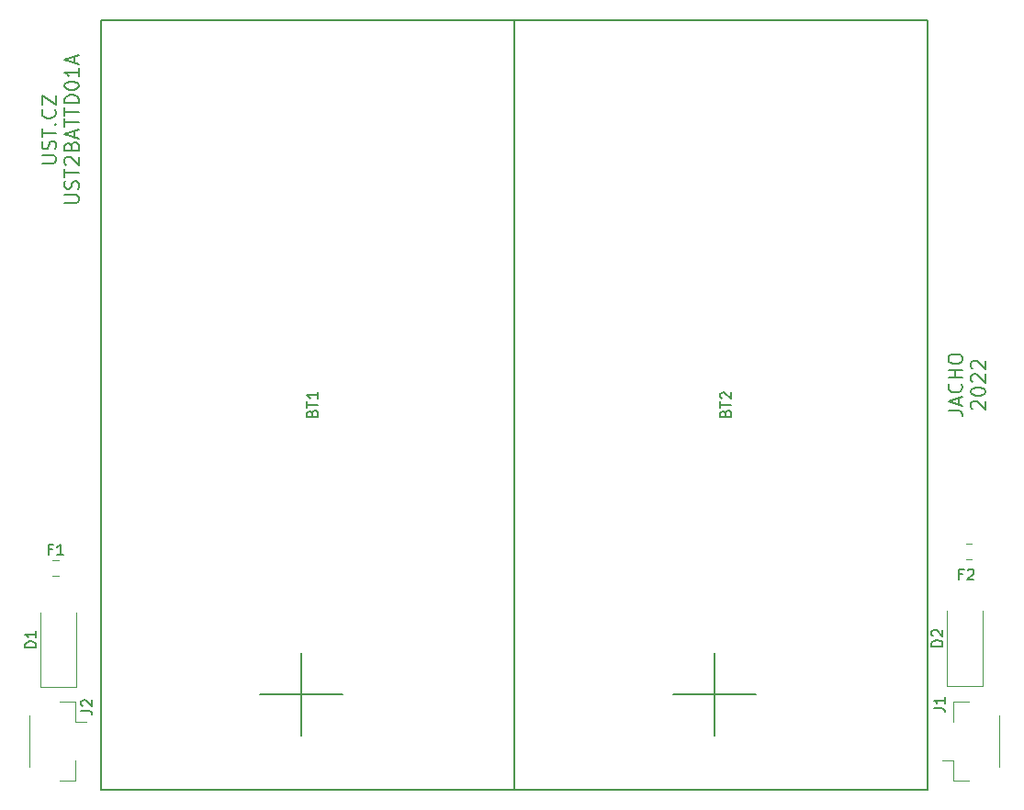
<source format=gbr>
%TF.GenerationSoftware,KiCad,Pcbnew,6.0.4-6f826c9f35~116~ubuntu20.04.1*%
%TF.CreationDate,2022-07-18T09:44:21+00:00*%
%TF.ProjectId,UST2BATTD01A,55535432-4241-4545-9444-3031412e6b69,rev?*%
%TF.SameCoordinates,PX463f660PY87a6900*%
%TF.FileFunction,Legend,Top*%
%TF.FilePolarity,Positive*%
%FSLAX46Y46*%
G04 Gerber Fmt 4.6, Leading zero omitted, Abs format (unit mm)*
G04 Created by KiCad (PCBNEW 6.0.4-6f826c9f35~116~ubuntu20.04.1) date 2022-07-18 09:44:21*
%MOMM*%
%LPD*%
G01*
G04 APERTURE LIST*
%ADD10C,0.200000*%
%ADD11C,0.150000*%
%ADD12C,0.120000*%
G04 APERTURE END LIST*
D10*
X2178595Y58276715D02*
X3230976Y58276715D01*
X3354785Y58338620D01*
X3416690Y58400524D01*
X3478595Y58524334D01*
X3478595Y58771953D01*
X3416690Y58895762D01*
X3354785Y58957667D01*
X3230976Y59019572D01*
X2178595Y59019572D01*
X3416690Y59576715D02*
X3478595Y59762429D01*
X3478595Y60071953D01*
X3416690Y60195762D01*
X3354785Y60257667D01*
X3230976Y60319572D01*
X3107166Y60319572D01*
X2983357Y60257667D01*
X2921452Y60195762D01*
X2859547Y60071953D01*
X2797642Y59824334D01*
X2735738Y59700524D01*
X2673833Y59638620D01*
X2550023Y59576715D01*
X2426214Y59576715D01*
X2302404Y59638620D01*
X2240500Y59700524D01*
X2178595Y59824334D01*
X2178595Y60133858D01*
X2240500Y60319572D01*
X2178595Y60691000D02*
X2178595Y61433858D01*
X3478595Y61062429D02*
X2178595Y61062429D01*
X3354785Y61867191D02*
X3416690Y61929096D01*
X3478595Y61867191D01*
X3416690Y61805286D01*
X3354785Y61867191D01*
X3478595Y61867191D01*
X3354785Y63229096D02*
X3416690Y63167191D01*
X3478595Y62981477D01*
X3478595Y62857667D01*
X3416690Y62671953D01*
X3292880Y62548143D01*
X3169071Y62486239D01*
X2921452Y62424334D01*
X2735738Y62424334D01*
X2488119Y62486239D01*
X2364309Y62548143D01*
X2240500Y62671953D01*
X2178595Y62857667D01*
X2178595Y62981477D01*
X2240500Y63167191D01*
X2302404Y63229096D01*
X2178595Y63662429D02*
X2178595Y64529096D01*
X3478595Y63662429D01*
X3478595Y64529096D01*
X4271595Y54593381D02*
X5323976Y54593381D01*
X5447785Y54655286D01*
X5509690Y54717191D01*
X5571595Y54841000D01*
X5571595Y55088620D01*
X5509690Y55212429D01*
X5447785Y55274334D01*
X5323976Y55336239D01*
X4271595Y55336239D01*
X5509690Y55893381D02*
X5571595Y56079096D01*
X5571595Y56388620D01*
X5509690Y56512429D01*
X5447785Y56574334D01*
X5323976Y56636239D01*
X5200166Y56636239D01*
X5076357Y56574334D01*
X5014452Y56512429D01*
X4952547Y56388620D01*
X4890642Y56141000D01*
X4828738Y56017191D01*
X4766833Y55955286D01*
X4643023Y55893381D01*
X4519214Y55893381D01*
X4395404Y55955286D01*
X4333500Y56017191D01*
X4271595Y56141000D01*
X4271595Y56450524D01*
X4333500Y56636239D01*
X4271595Y57007667D02*
X4271595Y57750524D01*
X5571595Y57379096D02*
X4271595Y57379096D01*
X4395404Y58121953D02*
X4333500Y58183858D01*
X4271595Y58307667D01*
X4271595Y58617191D01*
X4333500Y58741000D01*
X4395404Y58802905D01*
X4519214Y58864810D01*
X4643023Y58864810D01*
X4828738Y58802905D01*
X5571595Y58060048D01*
X5571595Y58864810D01*
X4890642Y59855286D02*
X4952547Y60041000D01*
X5014452Y60102905D01*
X5138261Y60164810D01*
X5323976Y60164810D01*
X5447785Y60102905D01*
X5509690Y60041000D01*
X5571595Y59917191D01*
X5571595Y59421953D01*
X4271595Y59421953D01*
X4271595Y59855286D01*
X4333500Y59979096D01*
X4395404Y60041000D01*
X4519214Y60102905D01*
X4643023Y60102905D01*
X4766833Y60041000D01*
X4828738Y59979096D01*
X4890642Y59855286D01*
X4890642Y59421953D01*
X5200166Y60660048D02*
X5200166Y61279096D01*
X5571595Y60536239D02*
X4271595Y60969572D01*
X5571595Y61402905D01*
X4271595Y61650524D02*
X4271595Y62393381D01*
X5571595Y62021953D02*
X4271595Y62021953D01*
X4271595Y62641000D02*
X4271595Y63383858D01*
X5571595Y63012429D02*
X4271595Y63012429D01*
X5571595Y63817191D02*
X4271595Y63817191D01*
X4271595Y64126715D01*
X4333500Y64312429D01*
X4457309Y64436239D01*
X4581119Y64498143D01*
X4828738Y64560048D01*
X5014452Y64560048D01*
X5262071Y64498143D01*
X5385880Y64436239D01*
X5509690Y64312429D01*
X5571595Y64126715D01*
X5571595Y63817191D01*
X4271595Y65364810D02*
X4271595Y65488620D01*
X4333500Y65612429D01*
X4395404Y65674334D01*
X4519214Y65736239D01*
X4766833Y65798143D01*
X5076357Y65798143D01*
X5323976Y65736239D01*
X5447785Y65674334D01*
X5509690Y65612429D01*
X5571595Y65488620D01*
X5571595Y65364810D01*
X5509690Y65241000D01*
X5447785Y65179096D01*
X5323976Y65117191D01*
X5076357Y65055286D01*
X4766833Y65055286D01*
X4519214Y65117191D01*
X4395404Y65179096D01*
X4333500Y65241000D01*
X4271595Y65364810D01*
X5571595Y67036239D02*
X5571595Y66293381D01*
X5571595Y66664810D02*
X4271595Y66664810D01*
X4457309Y66541000D01*
X4581119Y66417191D01*
X4643023Y66293381D01*
X5200166Y67531477D02*
X5200166Y68150524D01*
X5571595Y67407667D02*
X4271595Y67841000D01*
X5571595Y68274334D01*
X85744595Y35462667D02*
X86673166Y35462667D01*
X86858880Y35400762D01*
X86982690Y35276953D01*
X87044595Y35091239D01*
X87044595Y34967429D01*
X86673166Y36019810D02*
X86673166Y36638858D01*
X87044595Y35896000D02*
X85744595Y36329334D01*
X87044595Y36762667D01*
X86920785Y37938858D02*
X86982690Y37876953D01*
X87044595Y37691239D01*
X87044595Y37567429D01*
X86982690Y37381715D01*
X86858880Y37257905D01*
X86735071Y37196000D01*
X86487452Y37134096D01*
X86301738Y37134096D01*
X86054119Y37196000D01*
X85930309Y37257905D01*
X85806500Y37381715D01*
X85744595Y37567429D01*
X85744595Y37691239D01*
X85806500Y37876953D01*
X85868404Y37938858D01*
X87044595Y38496000D02*
X85744595Y38496000D01*
X86363642Y38496000D02*
X86363642Y39238858D01*
X87044595Y39238858D02*
X85744595Y39238858D01*
X85744595Y40105524D02*
X85744595Y40353143D01*
X85806500Y40476953D01*
X85930309Y40600762D01*
X86177928Y40662667D01*
X86611261Y40662667D01*
X86858880Y40600762D01*
X86982690Y40476953D01*
X87044595Y40353143D01*
X87044595Y40105524D01*
X86982690Y39981715D01*
X86858880Y39857905D01*
X86611261Y39796000D01*
X86177928Y39796000D01*
X85930309Y39857905D01*
X85806500Y39981715D01*
X85744595Y40105524D01*
X87961404Y35617429D02*
X87899500Y35679334D01*
X87837595Y35803143D01*
X87837595Y36112667D01*
X87899500Y36236477D01*
X87961404Y36298381D01*
X88085214Y36360286D01*
X88209023Y36360286D01*
X88394738Y36298381D01*
X89137595Y35555524D01*
X89137595Y36360286D01*
X87837595Y37165048D02*
X87837595Y37288858D01*
X87899500Y37412667D01*
X87961404Y37474572D01*
X88085214Y37536477D01*
X88332833Y37598381D01*
X88642357Y37598381D01*
X88889976Y37536477D01*
X89013785Y37474572D01*
X89075690Y37412667D01*
X89137595Y37288858D01*
X89137595Y37165048D01*
X89075690Y37041239D01*
X89013785Y36979334D01*
X88889976Y36917429D01*
X88642357Y36855524D01*
X88332833Y36855524D01*
X88085214Y36917429D01*
X87961404Y36979334D01*
X87899500Y37041239D01*
X87837595Y37165048D01*
X87961404Y38093620D02*
X87899500Y38155524D01*
X87837595Y38279334D01*
X87837595Y38588858D01*
X87899500Y38712667D01*
X87961404Y38774572D01*
X88085214Y38836477D01*
X88209023Y38836477D01*
X88394738Y38774572D01*
X89137595Y38031715D01*
X89137595Y38836477D01*
X87961404Y39331715D02*
X87899500Y39393620D01*
X87837595Y39517429D01*
X87837595Y39826953D01*
X87899500Y39950762D01*
X87961404Y40012667D01*
X88085214Y40074572D01*
X88209023Y40074572D01*
X88394738Y40012667D01*
X89137595Y39269810D01*
X89137595Y40074572D01*
D11*
%TO.C,BT1*%
X27098571Y35214286D02*
X27146190Y35357143D01*
X27193809Y35404762D01*
X27289047Y35452381D01*
X27431904Y35452381D01*
X27527142Y35404762D01*
X27574761Y35357143D01*
X27622380Y35261905D01*
X27622380Y34880953D01*
X26622380Y34880953D01*
X26622380Y35214286D01*
X26670000Y35309524D01*
X26717619Y35357143D01*
X26812857Y35404762D01*
X26908095Y35404762D01*
X27003333Y35357143D01*
X27050952Y35309524D01*
X27098571Y35214286D01*
X27098571Y34880953D01*
X26622380Y35738096D02*
X26622380Y36309524D01*
X27622380Y36023810D02*
X26622380Y36023810D01*
X27622380Y37166667D02*
X27622380Y36595239D01*
X27622380Y36880953D02*
X26622380Y36880953D01*
X26765238Y36785715D01*
X26860476Y36690477D01*
X26908095Y36595239D01*
X26114285Y5520477D02*
X26114285Y13139524D01*
X29923809Y9330000D02*
X22304761Y9330000D01*
%TO.C,J2*%
X5802380Y7794667D02*
X6516666Y7794667D01*
X6659523Y7747048D01*
X6754761Y7651810D01*
X6802380Y7508953D01*
X6802380Y7413715D01*
X5897619Y8223239D02*
X5850000Y8270858D01*
X5802380Y8366096D01*
X5802380Y8604191D01*
X5850000Y8699429D01*
X5897619Y8747048D01*
X5992857Y8794667D01*
X6088095Y8794667D01*
X6230952Y8747048D01*
X6802380Y8175620D01*
X6802380Y8794667D01*
%TO.C,D2*%
X85201380Y13739905D02*
X84201380Y13739905D01*
X84201380Y13978000D01*
X84249000Y14120858D01*
X84344238Y14216096D01*
X84439476Y14263715D01*
X84629952Y14311334D01*
X84772809Y14311334D01*
X84963285Y14263715D01*
X85058523Y14216096D01*
X85153761Y14120858D01*
X85201380Y13978000D01*
X85201380Y13739905D01*
X84296619Y14692286D02*
X84249000Y14739905D01*
X84201380Y14835143D01*
X84201380Y15073239D01*
X84249000Y15168477D01*
X84296619Y15216096D01*
X84391857Y15263715D01*
X84487095Y15263715D01*
X84629952Y15216096D01*
X85201380Y14644667D01*
X85201380Y15263715D01*
%TO.C,F1*%
X3095666Y22676429D02*
X2762333Y22676429D01*
X2762333Y22152620D02*
X2762333Y23152620D01*
X3238523Y23152620D01*
X4143285Y22152620D02*
X3571857Y22152620D01*
X3857571Y22152620D02*
X3857571Y23152620D01*
X3762333Y23009762D01*
X3667095Y22914524D01*
X3571857Y22866905D01*
%TO.C,BT2*%
X65198571Y35214286D02*
X65246190Y35357143D01*
X65293809Y35404762D01*
X65389047Y35452381D01*
X65531904Y35452381D01*
X65627142Y35404762D01*
X65674761Y35357143D01*
X65722380Y35261905D01*
X65722380Y34880953D01*
X64722380Y34880953D01*
X64722380Y35214286D01*
X64770000Y35309524D01*
X64817619Y35357143D01*
X64912857Y35404762D01*
X65008095Y35404762D01*
X65103333Y35357143D01*
X65150952Y35309524D01*
X65198571Y35214286D01*
X65198571Y34880953D01*
X64722380Y35738096D02*
X64722380Y36309524D01*
X65722380Y36023810D02*
X64722380Y36023810D01*
X64817619Y36595239D02*
X64770000Y36642858D01*
X64722380Y36738096D01*
X64722380Y36976191D01*
X64770000Y37071429D01*
X64817619Y37119048D01*
X64912857Y37166667D01*
X65008095Y37166667D01*
X65150952Y37119048D01*
X65722380Y36547620D01*
X65722380Y37166667D01*
X64214285Y5520477D02*
X64214285Y13139524D01*
X68023809Y9330000D02*
X60404761Y9330000D01*
%TO.C,D1*%
X1635380Y13612905D02*
X635380Y13612905D01*
X635380Y13851000D01*
X683000Y13993858D01*
X778238Y14089096D01*
X873476Y14136715D01*
X1063952Y14184334D01*
X1206809Y14184334D01*
X1397285Y14136715D01*
X1492523Y14089096D01*
X1587761Y13993858D01*
X1635380Y13851000D01*
X1635380Y13612905D01*
X1635380Y15136715D02*
X1635380Y14565286D01*
X1635380Y14851000D02*
X635380Y14851000D01*
X778238Y14755762D01*
X873476Y14660524D01*
X921095Y14565286D01*
%TO.C,F2*%
X87042666Y20391429D02*
X86709333Y20391429D01*
X86709333Y19867620D02*
X86709333Y20867620D01*
X87185523Y20867620D01*
X87518857Y20772381D02*
X87566476Y20820000D01*
X87661714Y20867620D01*
X87899809Y20867620D01*
X87995047Y20820000D01*
X88042666Y20772381D01*
X88090285Y20677143D01*
X88090285Y20581905D01*
X88042666Y20439048D01*
X87471238Y19867620D01*
X88090285Y19867620D01*
%TO.C,J1*%
X84415380Y8048667D02*
X85129666Y8048667D01*
X85272523Y8001048D01*
X85367761Y7905810D01*
X85415380Y7762953D01*
X85415380Y7667715D01*
X85415380Y9048667D02*
X85415380Y8477239D01*
X85415380Y8762953D02*
X84415380Y8762953D01*
X84558238Y8667715D01*
X84653476Y8572477D01*
X84701095Y8477239D01*
%TO.C,BT1*%
X7620000Y500000D02*
X45720000Y500000D01*
X7620000Y71500000D02*
X45720000Y71500000D01*
X45720000Y500000D02*
X45720000Y71500000D01*
X7620000Y500000D02*
X7620000Y71500000D01*
D12*
%TO.C,J2*%
X5266000Y8610000D02*
X5266000Y6810000D01*
X5266000Y1390000D02*
X5266000Y3190000D01*
X3816000Y1390000D02*
X5266000Y1390000D01*
X3816000Y8610000D02*
X5266000Y8610000D01*
X5266000Y6810000D02*
X6256000Y6810000D01*
X996000Y7340000D02*
X996000Y2660000D01*
%TO.C,D2*%
X85599000Y10078000D02*
X88899000Y10078000D01*
X85599000Y10078000D02*
X85599000Y16978000D01*
X88899000Y10078000D02*
X88899000Y16978000D01*
%TO.C,F1*%
X3167748Y21665000D02*
X3690252Y21665000D01*
X3167748Y20245000D02*
X3690252Y20245000D01*
D11*
%TO.C,BT2*%
X45720000Y500000D02*
X83820000Y500000D01*
X45720000Y71500000D02*
X83820000Y71500000D01*
X45720000Y500000D02*
X45720000Y71500000D01*
X83820000Y500000D02*
X83820000Y71500000D01*
D12*
%TO.C,D1*%
X5333000Y9951000D02*
X5333000Y16851000D01*
X2033000Y9951000D02*
X5333000Y9951000D01*
X2033000Y9951000D02*
X2033000Y16851000D01*
%TO.C,F2*%
X87891252Y21769000D02*
X87368748Y21769000D01*
X87891252Y23189000D02*
X87368748Y23189000D01*
%TO.C,J1*%
X87624000Y1390000D02*
X86174000Y1390000D01*
X86174000Y8610000D02*
X86174000Y6810000D01*
X90444000Y2660000D02*
X90444000Y7340000D01*
X86174000Y3190000D02*
X85184000Y3190000D01*
X87624000Y8610000D02*
X86174000Y8610000D01*
X86174000Y1390000D02*
X86174000Y3190000D01*
%TD*%
M02*

</source>
